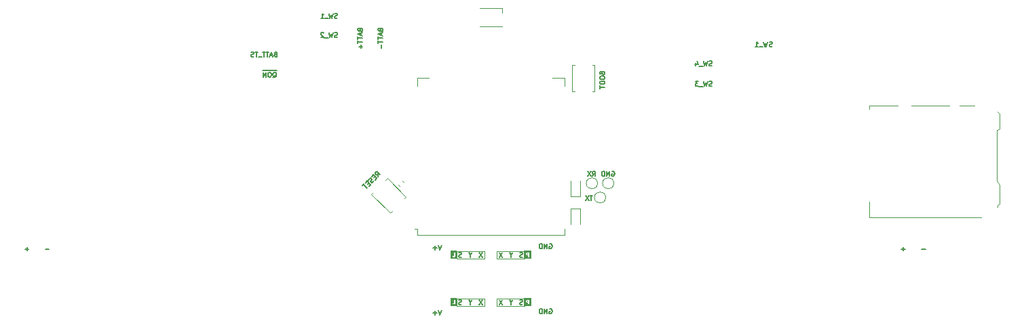
<source format=gbr>
%TF.GenerationSoftware,KiCad,Pcbnew,(7.0.0)*%
%TF.CreationDate,2023-10-05T11:29:09+03:00*%
%TF.ProjectId,Controller,436f6e74-726f-46c6-9c65-722e6b696361,1.0*%
%TF.SameCoordinates,Original*%
%TF.FileFunction,Legend,Bot*%
%TF.FilePolarity,Positive*%
%FSLAX46Y46*%
G04 Gerber Fmt 4.6, Leading zero omitted, Abs format (unit mm)*
G04 Created by KiCad (PCBNEW (7.0.0)) date 2023-10-05 11:29:09*
%MOMM*%
%LPD*%
G01*
G04 APERTURE LIST*
%ADD10C,0.100000*%
%ADD11C,0.150000*%
%ADD12C,0.120000*%
G04 APERTURE END LIST*
D10*
X137236200Y-104343200D02*
X140665200Y-104343200D01*
X142240000Y-104343200D02*
X145669000Y-104343200D01*
X137236200Y-109347000D02*
X137236200Y-110261400D01*
X142240000Y-103428800D02*
X142240000Y-104343200D01*
X145669000Y-109347000D02*
X142240000Y-109347000D01*
X140665200Y-110261400D02*
X140665200Y-109347000D01*
X142240000Y-110261400D02*
X145669000Y-110261400D01*
X145669000Y-110261400D02*
X145669000Y-109347000D01*
X137236200Y-103428800D02*
X137236200Y-104343200D01*
X145669000Y-103428800D02*
X142240000Y-103428800D01*
X140665200Y-103428800D02*
X137236200Y-103428800D01*
X140665200Y-109347000D02*
X137236200Y-109347000D01*
X137236200Y-110261400D02*
X140665200Y-110261400D01*
X145669000Y-104343200D02*
X145669000Y-103428800D01*
X142240000Y-109347000D02*
X142240000Y-110261400D01*
X140665200Y-104343200D02*
X140665200Y-103428800D01*
D11*
X138934857Y-103901514D02*
X138934857Y-104187228D01*
X139134857Y-103587228D02*
X138934857Y-103901514D01*
X138934857Y-103901514D02*
X138734857Y-103587228D01*
D10*
G36*
X137235935Y-110318914D02*
G01*
X136471562Y-110318914D01*
X136471562Y-110035719D01*
X136707276Y-110035719D01*
X136707340Y-110041919D01*
X136707565Y-110048304D01*
X136708006Y-110054664D01*
X136708302Y-110057554D01*
X136709215Y-110063736D01*
X136710531Y-110069504D01*
X136711379Y-110072209D01*
X136713849Y-110077527D01*
X136716508Y-110080708D01*
X136721943Y-110083080D01*
X136723689Y-110083200D01*
X136968127Y-110083200D01*
X136974612Y-110082705D01*
X136980584Y-110081221D01*
X136986043Y-110078748D01*
X136990988Y-110075286D01*
X136995028Y-110070624D01*
X136997913Y-110064698D01*
X136999491Y-110058476D01*
X137000140Y-110052373D01*
X137000221Y-110049054D01*
X137000221Y-109565893D01*
X136998611Y-109560018D01*
X136997583Y-109558566D01*
X136992786Y-109554868D01*
X136988644Y-109553144D01*
X136982941Y-109551622D01*
X136977021Y-109550561D01*
X136972084Y-109549920D01*
X136965743Y-109549282D01*
X136959426Y-109548891D01*
X136953372Y-109548683D01*
X136946827Y-109548602D01*
X136945852Y-109548601D01*
X136939080Y-109548664D01*
X136932869Y-109548853D01*
X136926458Y-109549224D01*
X136920121Y-109549839D01*
X136919474Y-109549920D01*
X136913464Y-109550738D01*
X136907309Y-109551947D01*
X136903061Y-109553144D01*
X136897514Y-109555581D01*
X136894268Y-109558419D01*
X136891658Y-109563750D01*
X136891484Y-109565747D01*
X136891484Y-109989410D01*
X136723689Y-109989410D01*
X136717904Y-109990841D01*
X136716508Y-109991755D01*
X136712762Y-109996434D01*
X136711379Y-109999522D01*
X136709681Y-110005378D01*
X136708647Y-110011176D01*
X136708302Y-110013883D01*
X136707761Y-110019794D01*
X136707445Y-110025823D01*
X136707301Y-110031747D01*
X136707276Y-110035719D01*
X136471562Y-110035719D01*
X136471562Y-109312887D01*
X137235935Y-109312887D01*
X137235935Y-110318914D01*
G37*
D11*
X83804142Y-103145857D02*
X83347000Y-103145857D01*
X83575571Y-103374428D02*
X83575571Y-102917285D01*
X135324857Y-102647428D02*
X135124857Y-103247428D01*
X135124857Y-103247428D02*
X134924857Y-102647428D01*
X134724856Y-103018857D02*
X134267714Y-103018857D01*
X134496285Y-103247428D02*
X134496285Y-102790285D01*
X114265142Y-81714571D02*
X114322285Y-81686000D01*
X114322285Y-81686000D02*
X114379428Y-81628857D01*
X114379428Y-81628857D02*
X114465142Y-81543142D01*
X114465142Y-81543142D02*
X114522285Y-81514571D01*
X114522285Y-81514571D02*
X114579428Y-81514571D01*
X114550857Y-81657428D02*
X114608000Y-81628857D01*
X114608000Y-81628857D02*
X114665142Y-81571714D01*
X114665142Y-81571714D02*
X114693714Y-81457428D01*
X114693714Y-81457428D02*
X114693714Y-81257428D01*
X114693714Y-81257428D02*
X114665142Y-81143142D01*
X114665142Y-81143142D02*
X114608000Y-81086000D01*
X114608000Y-81086000D02*
X114550857Y-81057428D01*
X114550857Y-81057428D02*
X114436571Y-81057428D01*
X114436571Y-81057428D02*
X114379428Y-81086000D01*
X114379428Y-81086000D02*
X114322285Y-81143142D01*
X114322285Y-81143142D02*
X114293714Y-81257428D01*
X114293714Y-81257428D02*
X114293714Y-81457428D01*
X114293714Y-81457428D02*
X114322285Y-81571714D01*
X114322285Y-81571714D02*
X114379428Y-81628857D01*
X114379428Y-81628857D02*
X114436571Y-81657428D01*
X114436571Y-81657428D02*
X114550857Y-81657428D01*
X113922286Y-81057428D02*
X113808000Y-81057428D01*
X113808000Y-81057428D02*
X113750857Y-81086000D01*
X113750857Y-81086000D02*
X113693714Y-81143142D01*
X113693714Y-81143142D02*
X113665143Y-81257428D01*
X113665143Y-81257428D02*
X113665143Y-81457428D01*
X113665143Y-81457428D02*
X113693714Y-81571714D01*
X113693714Y-81571714D02*
X113750857Y-81628857D01*
X113750857Y-81628857D02*
X113808000Y-81657428D01*
X113808000Y-81657428D02*
X113922286Y-81657428D01*
X113922286Y-81657428D02*
X113979429Y-81628857D01*
X113979429Y-81628857D02*
X114036571Y-81571714D01*
X114036571Y-81571714D02*
X114065143Y-81457428D01*
X114065143Y-81457428D02*
X114065143Y-81257428D01*
X114065143Y-81257428D02*
X114036571Y-81143142D01*
X114036571Y-81143142D02*
X113979429Y-81086000D01*
X113979429Y-81086000D02*
X113922286Y-81057428D01*
X113408000Y-81657428D02*
X113408000Y-81057428D01*
X113408000Y-81057428D02*
X113065143Y-81657428D01*
X113065143Y-81657428D02*
X113065143Y-81057428D01*
X114748000Y-80846000D02*
X112982287Y-80846000D01*
X155358742Y-81165657D02*
X155387314Y-81251371D01*
X155387314Y-81251371D02*
X155415885Y-81279942D01*
X155415885Y-81279942D02*
X155473028Y-81308514D01*
X155473028Y-81308514D02*
X155558742Y-81308514D01*
X155558742Y-81308514D02*
X155615885Y-81279942D01*
X155615885Y-81279942D02*
X155644457Y-81251371D01*
X155644457Y-81251371D02*
X155673028Y-81194228D01*
X155673028Y-81194228D02*
X155673028Y-80965657D01*
X155673028Y-80965657D02*
X155073028Y-80965657D01*
X155073028Y-80965657D02*
X155073028Y-81165657D01*
X155073028Y-81165657D02*
X155101600Y-81222800D01*
X155101600Y-81222800D02*
X155130171Y-81251371D01*
X155130171Y-81251371D02*
X155187314Y-81279942D01*
X155187314Y-81279942D02*
X155244457Y-81279942D01*
X155244457Y-81279942D02*
X155301600Y-81251371D01*
X155301600Y-81251371D02*
X155330171Y-81222800D01*
X155330171Y-81222800D02*
X155358742Y-81165657D01*
X155358742Y-81165657D02*
X155358742Y-80965657D01*
X155073028Y-81679942D02*
X155073028Y-81794228D01*
X155073028Y-81794228D02*
X155101600Y-81851371D01*
X155101600Y-81851371D02*
X155158742Y-81908514D01*
X155158742Y-81908514D02*
X155273028Y-81937085D01*
X155273028Y-81937085D02*
X155473028Y-81937085D01*
X155473028Y-81937085D02*
X155587314Y-81908514D01*
X155587314Y-81908514D02*
X155644457Y-81851371D01*
X155644457Y-81851371D02*
X155673028Y-81794228D01*
X155673028Y-81794228D02*
X155673028Y-81679942D01*
X155673028Y-81679942D02*
X155644457Y-81622800D01*
X155644457Y-81622800D02*
X155587314Y-81565657D01*
X155587314Y-81565657D02*
X155473028Y-81537085D01*
X155473028Y-81537085D02*
X155273028Y-81537085D01*
X155273028Y-81537085D02*
X155158742Y-81565657D01*
X155158742Y-81565657D02*
X155101600Y-81622800D01*
X155101600Y-81622800D02*
X155073028Y-81679942D01*
X155073028Y-82308513D02*
X155073028Y-82422799D01*
X155073028Y-82422799D02*
X155101600Y-82479942D01*
X155101600Y-82479942D02*
X155158742Y-82537085D01*
X155158742Y-82537085D02*
X155273028Y-82565656D01*
X155273028Y-82565656D02*
X155473028Y-82565656D01*
X155473028Y-82565656D02*
X155587314Y-82537085D01*
X155587314Y-82537085D02*
X155644457Y-82479942D01*
X155644457Y-82479942D02*
X155673028Y-82422799D01*
X155673028Y-82422799D02*
X155673028Y-82308513D01*
X155673028Y-82308513D02*
X155644457Y-82251371D01*
X155644457Y-82251371D02*
X155587314Y-82194228D01*
X155587314Y-82194228D02*
X155473028Y-82165656D01*
X155473028Y-82165656D02*
X155273028Y-82165656D01*
X155273028Y-82165656D02*
X155158742Y-82194228D01*
X155158742Y-82194228D02*
X155101600Y-82251371D01*
X155101600Y-82251371D02*
X155073028Y-82308513D01*
X155073028Y-82737084D02*
X155073028Y-83079942D01*
X155673028Y-82908513D02*
X155073028Y-82908513D01*
D10*
G36*
X146137524Y-109783074D02*
G01*
X146082276Y-109783074D01*
X146075225Y-109782942D01*
X146068454Y-109782544D01*
X146061962Y-109781882D01*
X146055749Y-109780956D01*
X146049815Y-109779764D01*
X146043062Y-109777985D01*
X146041976Y-109777652D01*
X146035647Y-109775409D01*
X146029741Y-109772857D01*
X146024258Y-109769996D01*
X146019197Y-109766826D01*
X146013827Y-109762736D01*
X146013106Y-109762118D01*
X146008322Y-109757512D01*
X146004098Y-109752541D01*
X146000436Y-109747205D01*
X145997334Y-109741505D01*
X145995814Y-109738084D01*
X145993530Y-109731839D01*
X145991807Y-109725286D01*
X145990776Y-109719423D01*
X145990158Y-109713333D01*
X145989952Y-109707017D01*
X145990140Y-109700589D01*
X145990703Y-109694423D01*
X145991642Y-109688518D01*
X145993343Y-109681503D01*
X145995632Y-109674896D01*
X145998507Y-109668697D01*
X146001969Y-109662906D01*
X146006054Y-109657535D01*
X146010890Y-109652685D01*
X146016478Y-109648358D01*
X146021489Y-109645273D01*
X146026981Y-109642522D01*
X146032954Y-109640105D01*
X146039408Y-109638022D01*
X146041096Y-109637554D01*
X146047016Y-109636247D01*
X146052877Y-109635240D01*
X146059197Y-109634404D01*
X146059854Y-109634330D01*
X146066415Y-109633692D01*
X146072384Y-109633341D01*
X146079110Y-109633115D01*
X146085478Y-109633023D01*
X146088870Y-109633011D01*
X146137524Y-109633011D01*
X146137524Y-109783074D01*
G37*
G36*
X146481535Y-110318914D02*
G01*
X145614433Y-110318914D01*
X145614433Y-110066933D01*
X145850147Y-110066933D01*
X145851137Y-110072923D01*
X145851906Y-110074553D01*
X145856570Y-110078312D01*
X145859673Y-110079536D01*
X145865641Y-110081009D01*
X145871549Y-110081879D01*
X145877845Y-110082467D01*
X145884329Y-110082787D01*
X145890905Y-110082993D01*
X145897211Y-110083113D01*
X145904135Y-110083182D01*
X145910378Y-110083200D01*
X145916615Y-110083174D01*
X145923267Y-110083079D01*
X145929245Y-110082913D01*
X145935254Y-110082639D01*
X145937928Y-110082467D01*
X145943925Y-110081788D01*
X145950025Y-110080634D01*
X145954195Y-110079389D01*
X145959586Y-110076723D01*
X145962695Y-110073821D01*
X145965586Y-110068636D01*
X145966798Y-110065467D01*
X146014572Y-109948964D01*
X146017267Y-109942892D01*
X146019947Y-109937042D01*
X146022613Y-109931415D01*
X146025265Y-109926009D01*
X146028428Y-109919814D01*
X146031571Y-109913939D01*
X146034715Y-109908349D01*
X146037994Y-109903120D01*
X146041406Y-109898251D01*
X146045557Y-109893027D01*
X146049889Y-109888294D01*
X146054460Y-109884044D01*
X146059326Y-109880271D01*
X146064486Y-109876976D01*
X146069941Y-109874157D01*
X146073190Y-109872760D01*
X146079157Y-109870704D01*
X146085516Y-109869153D01*
X146092268Y-109868108D01*
X146098368Y-109867613D01*
X146103672Y-109867484D01*
X146137524Y-109867484D01*
X146137524Y-110066200D01*
X146139090Y-110071861D01*
X146140308Y-110073527D01*
X146144979Y-110077100D01*
X146149101Y-110078803D01*
X146155272Y-110080358D01*
X146161222Y-110081422D01*
X146165514Y-110082027D01*
X146171748Y-110082594D01*
X146178068Y-110082942D01*
X146184198Y-110083126D01*
X146190890Y-110083198D01*
X146191892Y-110083200D01*
X146198507Y-110083143D01*
X146204631Y-110082975D01*
X146211028Y-110082645D01*
X146217459Y-110082099D01*
X146218124Y-110082027D01*
X146224212Y-110081131D01*
X146230422Y-110079867D01*
X146234683Y-110078657D01*
X146240189Y-110076146D01*
X146243330Y-110073381D01*
X146245665Y-110067913D01*
X146245821Y-110065907D01*
X146245821Y-109582746D01*
X146245496Y-109576292D01*
X146244297Y-109569674D01*
X146242214Y-109564038D01*
X146238752Y-109558799D01*
X146236588Y-109556661D01*
X146231643Y-109553135D01*
X146226184Y-109550616D01*
X146220212Y-109549105D01*
X146213727Y-109548601D01*
X146075681Y-109548601D01*
X146069273Y-109548622D01*
X146063236Y-109548687D01*
X146056484Y-109548821D01*
X146050267Y-109549016D01*
X146043691Y-109549323D01*
X146041096Y-109549480D01*
X146034438Y-109549883D01*
X146028091Y-109550359D01*
X146022055Y-109550909D01*
X146016330Y-109551532D01*
X146010343Y-109552443D01*
X146004472Y-109553472D01*
X145998717Y-109554620D01*
X145991224Y-109556335D01*
X145983936Y-109558261D01*
X145976855Y-109560397D01*
X145969980Y-109562744D01*
X145963311Y-109565302D01*
X145958445Y-109567359D01*
X145952120Y-109570253D01*
X145946043Y-109573367D01*
X145940214Y-109576701D01*
X145934631Y-109580255D01*
X145929296Y-109584028D01*
X145924208Y-109588022D01*
X145919367Y-109592235D01*
X145914774Y-109596668D01*
X145910403Y-109601279D01*
X145906302Y-109606102D01*
X145902471Y-109611135D01*
X145898911Y-109616378D01*
X145895620Y-109621832D01*
X145892600Y-109627497D01*
X145889850Y-109633373D01*
X145887370Y-109639459D01*
X145885138Y-109645763D01*
X145883203Y-109652291D01*
X145881565Y-109659044D01*
X145880226Y-109666021D01*
X145879184Y-109673222D01*
X145878440Y-109680648D01*
X145877993Y-109688298D01*
X145877854Y-109694183D01*
X145877845Y-109696172D01*
X145877952Y-109702840D01*
X145878159Y-109707017D01*
X145878275Y-109709361D01*
X145878813Y-109715736D01*
X145879566Y-109721964D01*
X145880535Y-109728046D01*
X145881719Y-109733981D01*
X145883118Y-109739770D01*
X145884732Y-109745412D01*
X145886996Y-109752254D01*
X145889575Y-109758861D01*
X145892469Y-109765232D01*
X145895677Y-109771366D01*
X145899201Y-109777265D01*
X145903039Y-109782927D01*
X145904662Y-109785126D01*
X145908934Y-109790464D01*
X145913507Y-109795581D01*
X145918380Y-109800476D01*
X145923553Y-109805150D01*
X145929027Y-109809601D01*
X145934802Y-109813831D01*
X145937196Y-109815460D01*
X145943373Y-109819369D01*
X145948506Y-109822320D01*
X145953807Y-109825116D01*
X145959279Y-109827756D01*
X145964920Y-109830241D01*
X145970730Y-109832569D01*
X145976710Y-109834742D01*
X145981306Y-109836270D01*
X145975398Y-109839283D01*
X145969692Y-109842608D01*
X145964187Y-109846244D01*
X145958884Y-109850192D01*
X145954331Y-109853886D01*
X145949904Y-109857918D01*
X145945604Y-109862285D01*
X145941429Y-109866990D01*
X145939101Y-109869829D01*
X145935054Y-109875048D01*
X145931119Y-109880576D01*
X145927835Y-109885560D01*
X145924634Y-109890770D01*
X145921515Y-109896207D01*
X145918448Y-109901892D01*
X145915401Y-109907844D01*
X145912376Y-109914064D01*
X145909870Y-109919452D01*
X145907378Y-109925026D01*
X145905395Y-109929620D01*
X145860406Y-110033227D01*
X145858242Y-110038709D01*
X145856082Y-110044375D01*
X145853882Y-110050506D01*
X145852199Y-110055795D01*
X145850726Y-110061746D01*
X145850147Y-110066933D01*
X145614433Y-110066933D01*
X145614433Y-109312887D01*
X146481535Y-109312887D01*
X146481535Y-110318914D01*
G37*
D11*
X145427714Y-104158657D02*
X145342000Y-104187228D01*
X145342000Y-104187228D02*
X145199142Y-104187228D01*
X145199142Y-104187228D02*
X145142000Y-104158657D01*
X145142000Y-104158657D02*
X145113428Y-104130085D01*
X145113428Y-104130085D02*
X145084857Y-104072942D01*
X145084857Y-104072942D02*
X145084857Y-104015800D01*
X145084857Y-104015800D02*
X145113428Y-103958657D01*
X145113428Y-103958657D02*
X145142000Y-103930085D01*
X145142000Y-103930085D02*
X145199142Y-103901514D01*
X145199142Y-103901514D02*
X145313428Y-103872942D01*
X145313428Y-103872942D02*
X145370571Y-103844371D01*
X145370571Y-103844371D02*
X145399142Y-103815800D01*
X145399142Y-103815800D02*
X145427714Y-103758657D01*
X145427714Y-103758657D02*
X145427714Y-103701514D01*
X145427714Y-103701514D02*
X145399142Y-103644371D01*
X145399142Y-103644371D02*
X145370571Y-103615800D01*
X145370571Y-103615800D02*
X145313428Y-103587228D01*
X145313428Y-103587228D02*
X145170571Y-103587228D01*
X145170571Y-103587228D02*
X145084857Y-103615800D01*
X176542714Y-77818857D02*
X176457000Y-77847428D01*
X176457000Y-77847428D02*
X176314142Y-77847428D01*
X176314142Y-77847428D02*
X176257000Y-77818857D01*
X176257000Y-77818857D02*
X176228428Y-77790285D01*
X176228428Y-77790285D02*
X176199857Y-77733142D01*
X176199857Y-77733142D02*
X176199857Y-77676000D01*
X176199857Y-77676000D02*
X176228428Y-77618857D01*
X176228428Y-77618857D02*
X176257000Y-77590285D01*
X176257000Y-77590285D02*
X176314142Y-77561714D01*
X176314142Y-77561714D02*
X176428428Y-77533142D01*
X176428428Y-77533142D02*
X176485571Y-77504571D01*
X176485571Y-77504571D02*
X176514142Y-77476000D01*
X176514142Y-77476000D02*
X176542714Y-77418857D01*
X176542714Y-77418857D02*
X176542714Y-77361714D01*
X176542714Y-77361714D02*
X176514142Y-77304571D01*
X176514142Y-77304571D02*
X176485571Y-77276000D01*
X176485571Y-77276000D02*
X176428428Y-77247428D01*
X176428428Y-77247428D02*
X176285571Y-77247428D01*
X176285571Y-77247428D02*
X176199857Y-77276000D01*
X175999856Y-77247428D02*
X175856999Y-77847428D01*
X175856999Y-77847428D02*
X175742713Y-77418857D01*
X175742713Y-77418857D02*
X175628428Y-77847428D01*
X175628428Y-77847428D02*
X175485571Y-77247428D01*
X175399857Y-77904571D02*
X174942714Y-77904571D01*
X174485571Y-77847428D02*
X174828428Y-77847428D01*
X174656999Y-77847428D02*
X174656999Y-77247428D01*
X174656999Y-77247428D02*
X174714142Y-77333142D01*
X174714142Y-77333142D02*
X174771285Y-77390285D01*
X174771285Y-77390285D02*
X174828428Y-77418857D01*
X122313714Y-76675857D02*
X122228000Y-76704428D01*
X122228000Y-76704428D02*
X122085142Y-76704428D01*
X122085142Y-76704428D02*
X122028000Y-76675857D01*
X122028000Y-76675857D02*
X121999428Y-76647285D01*
X121999428Y-76647285D02*
X121970857Y-76590142D01*
X121970857Y-76590142D02*
X121970857Y-76533000D01*
X121970857Y-76533000D02*
X121999428Y-76475857D01*
X121999428Y-76475857D02*
X122028000Y-76447285D01*
X122028000Y-76447285D02*
X122085142Y-76418714D01*
X122085142Y-76418714D02*
X122199428Y-76390142D01*
X122199428Y-76390142D02*
X122256571Y-76361571D01*
X122256571Y-76361571D02*
X122285142Y-76333000D01*
X122285142Y-76333000D02*
X122313714Y-76275857D01*
X122313714Y-76275857D02*
X122313714Y-76218714D01*
X122313714Y-76218714D02*
X122285142Y-76161571D01*
X122285142Y-76161571D02*
X122256571Y-76133000D01*
X122256571Y-76133000D02*
X122199428Y-76104428D01*
X122199428Y-76104428D02*
X122056571Y-76104428D01*
X122056571Y-76104428D02*
X121970857Y-76133000D01*
X121770856Y-76104428D02*
X121627999Y-76704428D01*
X121627999Y-76704428D02*
X121513713Y-76275857D01*
X121513713Y-76275857D02*
X121399428Y-76704428D01*
X121399428Y-76704428D02*
X121256571Y-76104428D01*
X121170857Y-76761571D02*
X120713714Y-76761571D01*
X120599428Y-76161571D02*
X120570856Y-76133000D01*
X120570856Y-76133000D02*
X120513714Y-76104428D01*
X120513714Y-76104428D02*
X120370856Y-76104428D01*
X120370856Y-76104428D02*
X120313714Y-76133000D01*
X120313714Y-76133000D02*
X120285142Y-76161571D01*
X120285142Y-76161571D02*
X120256571Y-76218714D01*
X120256571Y-76218714D02*
X120256571Y-76275857D01*
X120256571Y-76275857D02*
X120285142Y-76361571D01*
X120285142Y-76361571D02*
X120627999Y-76704428D01*
X120627999Y-76704428D02*
X120256571Y-76704428D01*
X127698142Y-75780857D02*
X127726714Y-75866571D01*
X127726714Y-75866571D02*
X127755285Y-75895142D01*
X127755285Y-75895142D02*
X127812428Y-75923714D01*
X127812428Y-75923714D02*
X127898142Y-75923714D01*
X127898142Y-75923714D02*
X127955285Y-75895142D01*
X127955285Y-75895142D02*
X127983857Y-75866571D01*
X127983857Y-75866571D02*
X128012428Y-75809428D01*
X128012428Y-75809428D02*
X128012428Y-75580857D01*
X128012428Y-75580857D02*
X127412428Y-75580857D01*
X127412428Y-75580857D02*
X127412428Y-75780857D01*
X127412428Y-75780857D02*
X127441000Y-75838000D01*
X127441000Y-75838000D02*
X127469571Y-75866571D01*
X127469571Y-75866571D02*
X127526714Y-75895142D01*
X127526714Y-75895142D02*
X127583857Y-75895142D01*
X127583857Y-75895142D02*
X127641000Y-75866571D01*
X127641000Y-75866571D02*
X127669571Y-75838000D01*
X127669571Y-75838000D02*
X127698142Y-75780857D01*
X127698142Y-75780857D02*
X127698142Y-75580857D01*
X127841000Y-76152285D02*
X127841000Y-76438000D01*
X128012428Y-76095142D02*
X127412428Y-76295142D01*
X127412428Y-76295142D02*
X128012428Y-76495142D01*
X127412428Y-76609428D02*
X127412428Y-76952286D01*
X128012428Y-76780857D02*
X127412428Y-76780857D01*
X127412428Y-77066571D02*
X127412428Y-77409429D01*
X128012428Y-77238000D02*
X127412428Y-77238000D01*
X127783857Y-77609429D02*
X127783857Y-78066572D01*
D10*
G36*
X146137524Y-103864874D02*
G01*
X146082276Y-103864874D01*
X146075225Y-103864742D01*
X146068454Y-103864344D01*
X146061962Y-103863682D01*
X146055749Y-103862756D01*
X146049815Y-103861564D01*
X146043062Y-103859785D01*
X146041976Y-103859452D01*
X146035647Y-103857209D01*
X146029741Y-103854657D01*
X146024258Y-103851796D01*
X146019197Y-103848626D01*
X146013827Y-103844536D01*
X146013106Y-103843918D01*
X146008322Y-103839312D01*
X146004098Y-103834341D01*
X146000436Y-103829005D01*
X145997334Y-103823305D01*
X145995814Y-103819884D01*
X145993530Y-103813639D01*
X145991807Y-103807086D01*
X145990776Y-103801223D01*
X145990158Y-103795133D01*
X145989952Y-103788817D01*
X145990140Y-103782389D01*
X145990703Y-103776223D01*
X145991642Y-103770318D01*
X145993343Y-103763303D01*
X145995632Y-103756696D01*
X145998507Y-103750497D01*
X146001969Y-103744706D01*
X146006054Y-103739335D01*
X146010890Y-103734485D01*
X146016478Y-103730158D01*
X146021489Y-103727073D01*
X146026981Y-103724322D01*
X146032954Y-103721905D01*
X146039408Y-103719822D01*
X146041096Y-103719354D01*
X146047016Y-103718047D01*
X146052877Y-103717040D01*
X146059197Y-103716204D01*
X146059854Y-103716130D01*
X146066415Y-103715492D01*
X146072384Y-103715141D01*
X146079110Y-103714915D01*
X146085478Y-103714823D01*
X146088870Y-103714811D01*
X146137524Y-103714811D01*
X146137524Y-103864874D01*
G37*
G36*
X146481535Y-104400714D02*
G01*
X145614433Y-104400714D01*
X145614433Y-104148733D01*
X145850147Y-104148733D01*
X145851137Y-104154723D01*
X145851906Y-104156353D01*
X145856570Y-104160112D01*
X145859673Y-104161336D01*
X145865641Y-104162809D01*
X145871549Y-104163679D01*
X145877845Y-104164267D01*
X145884329Y-104164587D01*
X145890905Y-104164793D01*
X145897211Y-104164913D01*
X145904135Y-104164982D01*
X145910378Y-104165000D01*
X145916615Y-104164974D01*
X145923267Y-104164879D01*
X145929245Y-104164713D01*
X145935254Y-104164439D01*
X145937928Y-104164267D01*
X145943925Y-104163588D01*
X145950025Y-104162434D01*
X145954195Y-104161189D01*
X145959586Y-104158523D01*
X145962695Y-104155621D01*
X145965586Y-104150436D01*
X145966798Y-104147267D01*
X146014572Y-104030764D01*
X146017267Y-104024692D01*
X146019947Y-104018842D01*
X146022613Y-104013215D01*
X146025265Y-104007809D01*
X146028428Y-104001614D01*
X146031571Y-103995739D01*
X146034715Y-103990149D01*
X146037994Y-103984920D01*
X146041406Y-103980051D01*
X146045557Y-103974827D01*
X146049889Y-103970094D01*
X146054460Y-103965844D01*
X146059326Y-103962071D01*
X146064486Y-103958776D01*
X146069941Y-103955957D01*
X146073190Y-103954560D01*
X146079157Y-103952504D01*
X146085516Y-103950953D01*
X146092268Y-103949908D01*
X146098368Y-103949413D01*
X146103672Y-103949284D01*
X146137524Y-103949284D01*
X146137524Y-104148000D01*
X146139090Y-104153661D01*
X146140308Y-104155327D01*
X146144979Y-104158900D01*
X146149101Y-104160603D01*
X146155272Y-104162158D01*
X146161222Y-104163222D01*
X146165514Y-104163827D01*
X146171748Y-104164394D01*
X146178068Y-104164742D01*
X146184198Y-104164926D01*
X146190890Y-104164998D01*
X146191892Y-104165000D01*
X146198507Y-104164943D01*
X146204631Y-104164775D01*
X146211028Y-104164445D01*
X146217459Y-104163899D01*
X146218124Y-104163827D01*
X146224212Y-104162931D01*
X146230422Y-104161667D01*
X146234683Y-104160457D01*
X146240189Y-104157946D01*
X146243330Y-104155181D01*
X146245665Y-104149713D01*
X146245821Y-104147707D01*
X146245821Y-103664546D01*
X146245496Y-103658092D01*
X146244297Y-103651474D01*
X146242214Y-103645838D01*
X146238752Y-103640599D01*
X146236588Y-103638461D01*
X146231643Y-103634935D01*
X146226184Y-103632416D01*
X146220212Y-103630905D01*
X146213727Y-103630401D01*
X146075681Y-103630401D01*
X146069273Y-103630422D01*
X146063236Y-103630487D01*
X146056484Y-103630621D01*
X146050267Y-103630816D01*
X146043691Y-103631123D01*
X146041096Y-103631280D01*
X146034438Y-103631683D01*
X146028091Y-103632159D01*
X146022055Y-103632709D01*
X146016330Y-103633332D01*
X146010343Y-103634243D01*
X146004472Y-103635272D01*
X145998717Y-103636420D01*
X145991224Y-103638135D01*
X145983936Y-103640061D01*
X145976855Y-103642197D01*
X145969980Y-103644544D01*
X145963311Y-103647102D01*
X145958445Y-103649159D01*
X145952120Y-103652053D01*
X145946043Y-103655167D01*
X145940214Y-103658501D01*
X145934631Y-103662055D01*
X145929296Y-103665828D01*
X145924208Y-103669822D01*
X145919367Y-103674035D01*
X145914774Y-103678468D01*
X145910403Y-103683079D01*
X145906302Y-103687902D01*
X145902471Y-103692935D01*
X145898911Y-103698178D01*
X145895620Y-103703632D01*
X145892600Y-103709297D01*
X145889850Y-103715173D01*
X145887370Y-103721259D01*
X145885138Y-103727563D01*
X145883203Y-103734091D01*
X145881565Y-103740844D01*
X145880226Y-103747821D01*
X145879184Y-103755022D01*
X145878440Y-103762448D01*
X145877993Y-103770098D01*
X145877854Y-103775983D01*
X145877845Y-103777972D01*
X145877952Y-103784640D01*
X145878159Y-103788817D01*
X145878275Y-103791161D01*
X145878813Y-103797536D01*
X145879566Y-103803764D01*
X145880535Y-103809846D01*
X145881719Y-103815781D01*
X145883118Y-103821570D01*
X145884732Y-103827212D01*
X145886996Y-103834054D01*
X145889575Y-103840661D01*
X145892469Y-103847032D01*
X145895677Y-103853166D01*
X145899201Y-103859065D01*
X145903039Y-103864727D01*
X145904662Y-103866926D01*
X145908934Y-103872264D01*
X145913507Y-103877381D01*
X145918380Y-103882276D01*
X145923553Y-103886950D01*
X145929027Y-103891401D01*
X145934802Y-103895631D01*
X145937196Y-103897260D01*
X145943373Y-103901169D01*
X145948506Y-103904120D01*
X145953807Y-103906916D01*
X145959279Y-103909556D01*
X145964920Y-103912041D01*
X145970730Y-103914369D01*
X145976710Y-103916542D01*
X145981306Y-103918070D01*
X145975398Y-103921083D01*
X145969692Y-103924408D01*
X145964187Y-103928044D01*
X145958884Y-103931992D01*
X145954331Y-103935686D01*
X145949904Y-103939718D01*
X145945604Y-103944085D01*
X145941429Y-103948790D01*
X145939101Y-103951629D01*
X145935054Y-103956848D01*
X145931119Y-103962376D01*
X145927835Y-103967360D01*
X145924634Y-103972570D01*
X145921515Y-103978007D01*
X145918448Y-103983692D01*
X145915401Y-103989644D01*
X145912376Y-103995864D01*
X145909870Y-104001252D01*
X145907378Y-104006826D01*
X145905395Y-104011420D01*
X145860406Y-104115027D01*
X145858242Y-104120509D01*
X145856082Y-104126175D01*
X145853882Y-104132306D01*
X145852199Y-104137595D01*
X145850726Y-104143546D01*
X145850147Y-104148733D01*
X145614433Y-104148733D01*
X145614433Y-103394687D01*
X146481535Y-103394687D01*
X146481535Y-104400714D01*
G37*
D11*
X138934857Y-109819714D02*
X138934857Y-110105428D01*
X139134857Y-109505428D02*
X138934857Y-109819714D01*
X138934857Y-109819714D02*
X138734857Y-109505428D01*
X148767857Y-102549000D02*
X148825000Y-102520428D01*
X148825000Y-102520428D02*
X148910714Y-102520428D01*
X148910714Y-102520428D02*
X148996428Y-102549000D01*
X148996428Y-102549000D02*
X149053571Y-102606142D01*
X149053571Y-102606142D02*
X149082142Y-102663285D01*
X149082142Y-102663285D02*
X149110714Y-102777571D01*
X149110714Y-102777571D02*
X149110714Y-102863285D01*
X149110714Y-102863285D02*
X149082142Y-102977571D01*
X149082142Y-102977571D02*
X149053571Y-103034714D01*
X149053571Y-103034714D02*
X148996428Y-103091857D01*
X148996428Y-103091857D02*
X148910714Y-103120428D01*
X148910714Y-103120428D02*
X148853571Y-103120428D01*
X148853571Y-103120428D02*
X148767857Y-103091857D01*
X148767857Y-103091857D02*
X148739285Y-103063285D01*
X148739285Y-103063285D02*
X148739285Y-102863285D01*
X148739285Y-102863285D02*
X148853571Y-102863285D01*
X148482142Y-103120428D02*
X148482142Y-102520428D01*
X148482142Y-102520428D02*
X148139285Y-103120428D01*
X148139285Y-103120428D02*
X148139285Y-102520428D01*
X147853571Y-103120428D02*
X147853571Y-102520428D01*
X147853571Y-102520428D02*
X147710714Y-102520428D01*
X147710714Y-102520428D02*
X147625000Y-102549000D01*
X147625000Y-102549000D02*
X147567857Y-102606142D01*
X147567857Y-102606142D02*
X147539286Y-102663285D01*
X147539286Y-102663285D02*
X147510714Y-102777571D01*
X147510714Y-102777571D02*
X147510714Y-102863285D01*
X147510714Y-102863285D02*
X147539286Y-102977571D01*
X147539286Y-102977571D02*
X147567857Y-103034714D01*
X147567857Y-103034714D02*
X147625000Y-103091857D01*
X147625000Y-103091857D02*
X147710714Y-103120428D01*
X147710714Y-103120428D02*
X147853571Y-103120428D01*
X169049714Y-80231857D02*
X168964000Y-80260428D01*
X168964000Y-80260428D02*
X168821142Y-80260428D01*
X168821142Y-80260428D02*
X168764000Y-80231857D01*
X168764000Y-80231857D02*
X168735428Y-80203285D01*
X168735428Y-80203285D02*
X168706857Y-80146142D01*
X168706857Y-80146142D02*
X168706857Y-80089000D01*
X168706857Y-80089000D02*
X168735428Y-80031857D01*
X168735428Y-80031857D02*
X168764000Y-80003285D01*
X168764000Y-80003285D02*
X168821142Y-79974714D01*
X168821142Y-79974714D02*
X168935428Y-79946142D01*
X168935428Y-79946142D02*
X168992571Y-79917571D01*
X168992571Y-79917571D02*
X169021142Y-79889000D01*
X169021142Y-79889000D02*
X169049714Y-79831857D01*
X169049714Y-79831857D02*
X169049714Y-79774714D01*
X169049714Y-79774714D02*
X169021142Y-79717571D01*
X169021142Y-79717571D02*
X168992571Y-79689000D01*
X168992571Y-79689000D02*
X168935428Y-79660428D01*
X168935428Y-79660428D02*
X168792571Y-79660428D01*
X168792571Y-79660428D02*
X168706857Y-79689000D01*
X168506856Y-79660428D02*
X168363999Y-80260428D01*
X168363999Y-80260428D02*
X168249713Y-79831857D01*
X168249713Y-79831857D02*
X168135428Y-80260428D01*
X168135428Y-80260428D02*
X167992571Y-79660428D01*
X167906857Y-80317571D02*
X167449714Y-80317571D01*
X167049714Y-79860428D02*
X167049714Y-80260428D01*
X167192571Y-79631857D02*
X167335428Y-80060428D01*
X167335428Y-80060428D02*
X166963999Y-80060428D01*
X142916285Y-103587228D02*
X142516285Y-104187228D01*
X142516285Y-103587228D02*
X142916285Y-104187228D01*
X154171657Y-96500628D02*
X153828800Y-96500628D01*
X154000228Y-97100628D02*
X154000228Y-96500628D01*
X153685942Y-96500628D02*
X153285942Y-97100628D01*
X153285942Y-96500628D02*
X153685942Y-97100628D01*
X148767857Y-110677000D02*
X148825000Y-110648428D01*
X148825000Y-110648428D02*
X148910714Y-110648428D01*
X148910714Y-110648428D02*
X148996428Y-110677000D01*
X148996428Y-110677000D02*
X149053571Y-110734142D01*
X149053571Y-110734142D02*
X149082142Y-110791285D01*
X149082142Y-110791285D02*
X149110714Y-110905571D01*
X149110714Y-110905571D02*
X149110714Y-110991285D01*
X149110714Y-110991285D02*
X149082142Y-111105571D01*
X149082142Y-111105571D02*
X149053571Y-111162714D01*
X149053571Y-111162714D02*
X148996428Y-111219857D01*
X148996428Y-111219857D02*
X148910714Y-111248428D01*
X148910714Y-111248428D02*
X148853571Y-111248428D01*
X148853571Y-111248428D02*
X148767857Y-111219857D01*
X148767857Y-111219857D02*
X148739285Y-111191285D01*
X148739285Y-111191285D02*
X148739285Y-110991285D01*
X148739285Y-110991285D02*
X148853571Y-110991285D01*
X148482142Y-111248428D02*
X148482142Y-110648428D01*
X148482142Y-110648428D02*
X148139285Y-111248428D01*
X148139285Y-111248428D02*
X148139285Y-110648428D01*
X147853571Y-111248428D02*
X147853571Y-110648428D01*
X147853571Y-110648428D02*
X147710714Y-110648428D01*
X147710714Y-110648428D02*
X147625000Y-110677000D01*
X147625000Y-110677000D02*
X147567857Y-110734142D01*
X147567857Y-110734142D02*
X147539286Y-110791285D01*
X147539286Y-110791285D02*
X147510714Y-110905571D01*
X147510714Y-110905571D02*
X147510714Y-110991285D01*
X147510714Y-110991285D02*
X147539286Y-111105571D01*
X147539286Y-111105571D02*
X147567857Y-111162714D01*
X147567857Y-111162714D02*
X147625000Y-111219857D01*
X147625000Y-111219857D02*
X147710714Y-111248428D01*
X147710714Y-111248428D02*
X147853571Y-111248428D01*
X195691142Y-103145857D02*
X195234000Y-103145857D01*
X137807714Y-110076857D02*
X137722000Y-110105428D01*
X137722000Y-110105428D02*
X137579142Y-110105428D01*
X137579142Y-110105428D02*
X137522000Y-110076857D01*
X137522000Y-110076857D02*
X137493428Y-110048285D01*
X137493428Y-110048285D02*
X137464857Y-109991142D01*
X137464857Y-109991142D02*
X137464857Y-109934000D01*
X137464857Y-109934000D02*
X137493428Y-109876857D01*
X137493428Y-109876857D02*
X137522000Y-109848285D01*
X137522000Y-109848285D02*
X137579142Y-109819714D01*
X137579142Y-109819714D02*
X137693428Y-109791142D01*
X137693428Y-109791142D02*
X137750571Y-109762571D01*
X137750571Y-109762571D02*
X137779142Y-109734000D01*
X137779142Y-109734000D02*
X137807714Y-109676857D01*
X137807714Y-109676857D02*
X137807714Y-109619714D01*
X137807714Y-109619714D02*
X137779142Y-109562571D01*
X137779142Y-109562571D02*
X137750571Y-109534000D01*
X137750571Y-109534000D02*
X137693428Y-109505428D01*
X137693428Y-109505428D02*
X137550571Y-109505428D01*
X137550571Y-109505428D02*
X137464857Y-109534000D01*
X144014857Y-103901514D02*
X144014857Y-104187228D01*
X144214857Y-103587228D02*
X144014857Y-103901514D01*
X144014857Y-103901514D02*
X143814857Y-103587228D01*
D10*
G36*
X137235935Y-104400714D02*
G01*
X136471562Y-104400714D01*
X136471562Y-104117519D01*
X136707276Y-104117519D01*
X136707340Y-104123719D01*
X136707565Y-104130104D01*
X136708006Y-104136464D01*
X136708302Y-104139354D01*
X136709215Y-104145536D01*
X136710531Y-104151304D01*
X136711379Y-104154009D01*
X136713849Y-104159327D01*
X136716508Y-104162508D01*
X136721943Y-104164880D01*
X136723689Y-104165000D01*
X136968127Y-104165000D01*
X136974612Y-104164505D01*
X136980584Y-104163021D01*
X136986043Y-104160548D01*
X136990988Y-104157086D01*
X136995028Y-104152424D01*
X136997913Y-104146498D01*
X136999491Y-104140276D01*
X137000140Y-104134173D01*
X137000221Y-104130854D01*
X137000221Y-103647693D01*
X136998611Y-103641818D01*
X136997583Y-103640366D01*
X136992786Y-103636668D01*
X136988644Y-103634944D01*
X136982941Y-103633422D01*
X136977021Y-103632361D01*
X136972084Y-103631720D01*
X136965743Y-103631082D01*
X136959426Y-103630691D01*
X136953372Y-103630483D01*
X136946827Y-103630402D01*
X136945852Y-103630401D01*
X136939080Y-103630464D01*
X136932869Y-103630653D01*
X136926458Y-103631024D01*
X136920121Y-103631639D01*
X136919474Y-103631720D01*
X136913464Y-103632538D01*
X136907309Y-103633747D01*
X136903061Y-103634944D01*
X136897514Y-103637381D01*
X136894268Y-103640219D01*
X136891658Y-103645550D01*
X136891484Y-103647547D01*
X136891484Y-104071210D01*
X136723689Y-104071210D01*
X136717904Y-104072641D01*
X136716508Y-104073555D01*
X136712762Y-104078234D01*
X136711379Y-104081322D01*
X136709681Y-104087178D01*
X136708647Y-104092976D01*
X136708302Y-104095683D01*
X136707761Y-104101594D01*
X136707445Y-104107623D01*
X136707301Y-104113547D01*
X136707276Y-104117519D01*
X136471562Y-104117519D01*
X136471562Y-103394687D01*
X137235935Y-103394687D01*
X137235935Y-104400714D01*
G37*
D11*
X156565657Y-93481200D02*
X156622800Y-93452628D01*
X156622800Y-93452628D02*
X156708514Y-93452628D01*
X156708514Y-93452628D02*
X156794228Y-93481200D01*
X156794228Y-93481200D02*
X156851371Y-93538342D01*
X156851371Y-93538342D02*
X156879942Y-93595485D01*
X156879942Y-93595485D02*
X156908514Y-93709771D01*
X156908514Y-93709771D02*
X156908514Y-93795485D01*
X156908514Y-93795485D02*
X156879942Y-93909771D01*
X156879942Y-93909771D02*
X156851371Y-93966914D01*
X156851371Y-93966914D02*
X156794228Y-94024057D01*
X156794228Y-94024057D02*
X156708514Y-94052628D01*
X156708514Y-94052628D02*
X156651371Y-94052628D01*
X156651371Y-94052628D02*
X156565657Y-94024057D01*
X156565657Y-94024057D02*
X156537085Y-93995485D01*
X156537085Y-93995485D02*
X156537085Y-93795485D01*
X156537085Y-93795485D02*
X156651371Y-93795485D01*
X156279942Y-94052628D02*
X156279942Y-93452628D01*
X156279942Y-93452628D02*
X155937085Y-94052628D01*
X155937085Y-94052628D02*
X155937085Y-93452628D01*
X155651371Y-94052628D02*
X155651371Y-93452628D01*
X155651371Y-93452628D02*
X155508514Y-93452628D01*
X155508514Y-93452628D02*
X155422800Y-93481200D01*
X155422800Y-93481200D02*
X155365657Y-93538342D01*
X155365657Y-93538342D02*
X155337086Y-93595485D01*
X155337086Y-93595485D02*
X155308514Y-93709771D01*
X155308514Y-93709771D02*
X155308514Y-93795485D01*
X155308514Y-93795485D02*
X155337086Y-93909771D01*
X155337086Y-93909771D02*
X155365657Y-93966914D01*
X155365657Y-93966914D02*
X155422800Y-94024057D01*
X155422800Y-94024057D02*
X155508514Y-94052628D01*
X155508514Y-94052628D02*
X155651371Y-94052628D01*
X140401685Y-103587228D02*
X140001685Y-104187228D01*
X140001685Y-103587228D02*
X140401685Y-104187228D01*
X114592142Y-78803142D02*
X114506428Y-78831714D01*
X114506428Y-78831714D02*
X114477857Y-78860285D01*
X114477857Y-78860285D02*
X114449285Y-78917428D01*
X114449285Y-78917428D02*
X114449285Y-79003142D01*
X114449285Y-79003142D02*
X114477857Y-79060285D01*
X114477857Y-79060285D02*
X114506428Y-79088857D01*
X114506428Y-79088857D02*
X114563571Y-79117428D01*
X114563571Y-79117428D02*
X114792142Y-79117428D01*
X114792142Y-79117428D02*
X114792142Y-78517428D01*
X114792142Y-78517428D02*
X114592142Y-78517428D01*
X114592142Y-78517428D02*
X114535000Y-78546000D01*
X114535000Y-78546000D02*
X114506428Y-78574571D01*
X114506428Y-78574571D02*
X114477857Y-78631714D01*
X114477857Y-78631714D02*
X114477857Y-78688857D01*
X114477857Y-78688857D02*
X114506428Y-78746000D01*
X114506428Y-78746000D02*
X114535000Y-78774571D01*
X114535000Y-78774571D02*
X114592142Y-78803142D01*
X114592142Y-78803142D02*
X114792142Y-78803142D01*
X114220714Y-78946000D02*
X113935000Y-78946000D01*
X114277857Y-79117428D02*
X114077857Y-78517428D01*
X114077857Y-78517428D02*
X113877857Y-79117428D01*
X113763571Y-78517428D02*
X113420714Y-78517428D01*
X113592142Y-79117428D02*
X113592142Y-78517428D01*
X113306428Y-78517428D02*
X112963571Y-78517428D01*
X113134999Y-79117428D02*
X113134999Y-78517428D01*
X112906428Y-79174571D02*
X112449285Y-79174571D01*
X112392142Y-78517428D02*
X112049285Y-78517428D01*
X112220713Y-79117428D02*
X112220713Y-78517428D01*
X111877856Y-79088857D02*
X111792142Y-79117428D01*
X111792142Y-79117428D02*
X111649284Y-79117428D01*
X111649284Y-79117428D02*
X111592142Y-79088857D01*
X111592142Y-79088857D02*
X111563570Y-79060285D01*
X111563570Y-79060285D02*
X111534999Y-79003142D01*
X111534999Y-79003142D02*
X111534999Y-78946000D01*
X111534999Y-78946000D02*
X111563570Y-78888857D01*
X111563570Y-78888857D02*
X111592142Y-78860285D01*
X111592142Y-78860285D02*
X111649284Y-78831714D01*
X111649284Y-78831714D02*
X111763570Y-78803142D01*
X111763570Y-78803142D02*
X111820713Y-78774571D01*
X111820713Y-78774571D02*
X111849284Y-78746000D01*
X111849284Y-78746000D02*
X111877856Y-78688857D01*
X111877856Y-78688857D02*
X111877856Y-78631714D01*
X111877856Y-78631714D02*
X111849284Y-78574571D01*
X111849284Y-78574571D02*
X111820713Y-78546000D01*
X111820713Y-78546000D02*
X111763570Y-78517428D01*
X111763570Y-78517428D02*
X111620713Y-78517428D01*
X111620713Y-78517428D02*
X111534999Y-78546000D01*
X169049714Y-82771857D02*
X168964000Y-82800428D01*
X168964000Y-82800428D02*
X168821142Y-82800428D01*
X168821142Y-82800428D02*
X168764000Y-82771857D01*
X168764000Y-82771857D02*
X168735428Y-82743285D01*
X168735428Y-82743285D02*
X168706857Y-82686142D01*
X168706857Y-82686142D02*
X168706857Y-82629000D01*
X168706857Y-82629000D02*
X168735428Y-82571857D01*
X168735428Y-82571857D02*
X168764000Y-82543285D01*
X168764000Y-82543285D02*
X168821142Y-82514714D01*
X168821142Y-82514714D02*
X168935428Y-82486142D01*
X168935428Y-82486142D02*
X168992571Y-82457571D01*
X168992571Y-82457571D02*
X169021142Y-82429000D01*
X169021142Y-82429000D02*
X169049714Y-82371857D01*
X169049714Y-82371857D02*
X169049714Y-82314714D01*
X169049714Y-82314714D02*
X169021142Y-82257571D01*
X169021142Y-82257571D02*
X168992571Y-82229000D01*
X168992571Y-82229000D02*
X168935428Y-82200428D01*
X168935428Y-82200428D02*
X168792571Y-82200428D01*
X168792571Y-82200428D02*
X168706857Y-82229000D01*
X168506856Y-82200428D02*
X168363999Y-82800428D01*
X168363999Y-82800428D02*
X168249713Y-82371857D01*
X168249713Y-82371857D02*
X168135428Y-82800428D01*
X168135428Y-82800428D02*
X167992571Y-82200428D01*
X167906857Y-82857571D02*
X167449714Y-82857571D01*
X167363999Y-82200428D02*
X166992571Y-82200428D01*
X166992571Y-82200428D02*
X167192571Y-82429000D01*
X167192571Y-82429000D02*
X167106856Y-82429000D01*
X167106856Y-82429000D02*
X167049714Y-82457571D01*
X167049714Y-82457571D02*
X167021142Y-82486142D01*
X167021142Y-82486142D02*
X166992571Y-82543285D01*
X166992571Y-82543285D02*
X166992571Y-82686142D01*
X166992571Y-82686142D02*
X167021142Y-82743285D01*
X167021142Y-82743285D02*
X167049714Y-82771857D01*
X167049714Y-82771857D02*
X167106856Y-82800428D01*
X167106856Y-82800428D02*
X167278285Y-82800428D01*
X167278285Y-82800428D02*
X167335428Y-82771857D01*
X167335428Y-82771857D02*
X167363999Y-82743285D01*
X135324857Y-110775428D02*
X135124857Y-111375428D01*
X135124857Y-111375428D02*
X134924857Y-110775428D01*
X134724856Y-111146857D02*
X134267714Y-111146857D01*
X134496285Y-111375428D02*
X134496285Y-110918285D01*
X193151142Y-103145857D02*
X192694000Y-103145857D01*
X192922571Y-103374428D02*
X192922571Y-102917285D01*
X125158142Y-75780857D02*
X125186714Y-75866571D01*
X125186714Y-75866571D02*
X125215285Y-75895142D01*
X125215285Y-75895142D02*
X125272428Y-75923714D01*
X125272428Y-75923714D02*
X125358142Y-75923714D01*
X125358142Y-75923714D02*
X125415285Y-75895142D01*
X125415285Y-75895142D02*
X125443857Y-75866571D01*
X125443857Y-75866571D02*
X125472428Y-75809428D01*
X125472428Y-75809428D02*
X125472428Y-75580857D01*
X125472428Y-75580857D02*
X124872428Y-75580857D01*
X124872428Y-75580857D02*
X124872428Y-75780857D01*
X124872428Y-75780857D02*
X124901000Y-75838000D01*
X124901000Y-75838000D02*
X124929571Y-75866571D01*
X124929571Y-75866571D02*
X124986714Y-75895142D01*
X124986714Y-75895142D02*
X125043857Y-75895142D01*
X125043857Y-75895142D02*
X125101000Y-75866571D01*
X125101000Y-75866571D02*
X125129571Y-75838000D01*
X125129571Y-75838000D02*
X125158142Y-75780857D01*
X125158142Y-75780857D02*
X125158142Y-75580857D01*
X125301000Y-76152285D02*
X125301000Y-76438000D01*
X125472428Y-76095142D02*
X124872428Y-76295142D01*
X124872428Y-76295142D02*
X125472428Y-76495142D01*
X124872428Y-76609428D02*
X124872428Y-76952286D01*
X125472428Y-76780857D02*
X124872428Y-76780857D01*
X124872428Y-77066571D02*
X124872428Y-77409429D01*
X125472428Y-77238000D02*
X124872428Y-77238000D01*
X125243857Y-77609429D02*
X125243857Y-78066572D01*
X125472428Y-77838000D02*
X125015285Y-77838000D01*
X137807714Y-104158657D02*
X137722000Y-104187228D01*
X137722000Y-104187228D02*
X137579142Y-104187228D01*
X137579142Y-104187228D02*
X137522000Y-104158657D01*
X137522000Y-104158657D02*
X137493428Y-104130085D01*
X137493428Y-104130085D02*
X137464857Y-104072942D01*
X137464857Y-104072942D02*
X137464857Y-104015800D01*
X137464857Y-104015800D02*
X137493428Y-103958657D01*
X137493428Y-103958657D02*
X137522000Y-103930085D01*
X137522000Y-103930085D02*
X137579142Y-103901514D01*
X137579142Y-103901514D02*
X137693428Y-103872942D01*
X137693428Y-103872942D02*
X137750571Y-103844371D01*
X137750571Y-103844371D02*
X137779142Y-103815800D01*
X137779142Y-103815800D02*
X137807714Y-103758657D01*
X137807714Y-103758657D02*
X137807714Y-103701514D01*
X137807714Y-103701514D02*
X137779142Y-103644371D01*
X137779142Y-103644371D02*
X137750571Y-103615800D01*
X137750571Y-103615800D02*
X137693428Y-103587228D01*
X137693428Y-103587228D02*
X137550571Y-103587228D01*
X137550571Y-103587228D02*
X137464857Y-103615800D01*
X145427714Y-110076857D02*
X145342000Y-110105428D01*
X145342000Y-110105428D02*
X145199142Y-110105428D01*
X145199142Y-110105428D02*
X145142000Y-110076857D01*
X145142000Y-110076857D02*
X145113428Y-110048285D01*
X145113428Y-110048285D02*
X145084857Y-109991142D01*
X145084857Y-109991142D02*
X145084857Y-109934000D01*
X145084857Y-109934000D02*
X145113428Y-109876857D01*
X145113428Y-109876857D02*
X145142000Y-109848285D01*
X145142000Y-109848285D02*
X145199142Y-109819714D01*
X145199142Y-109819714D02*
X145313428Y-109791142D01*
X145313428Y-109791142D02*
X145370571Y-109762571D01*
X145370571Y-109762571D02*
X145399142Y-109734000D01*
X145399142Y-109734000D02*
X145427714Y-109676857D01*
X145427714Y-109676857D02*
X145427714Y-109619714D01*
X145427714Y-109619714D02*
X145399142Y-109562571D01*
X145399142Y-109562571D02*
X145370571Y-109534000D01*
X145370571Y-109534000D02*
X145313428Y-109505428D01*
X145313428Y-109505428D02*
X145170571Y-109505428D01*
X145170571Y-109505428D02*
X145084857Y-109534000D01*
X86344142Y-103145857D02*
X85887000Y-103145857D01*
X142916285Y-109505428D02*
X142516285Y-110105428D01*
X142516285Y-109505428D02*
X142916285Y-110105428D01*
X144014857Y-109819714D02*
X144014857Y-110105428D01*
X144214857Y-109505428D02*
X144014857Y-109819714D01*
X144014857Y-109819714D02*
X143814857Y-109505428D01*
X122313714Y-74262857D02*
X122228000Y-74291428D01*
X122228000Y-74291428D02*
X122085142Y-74291428D01*
X122085142Y-74291428D02*
X122028000Y-74262857D01*
X122028000Y-74262857D02*
X121999428Y-74234285D01*
X121999428Y-74234285D02*
X121970857Y-74177142D01*
X121970857Y-74177142D02*
X121970857Y-74120000D01*
X121970857Y-74120000D02*
X121999428Y-74062857D01*
X121999428Y-74062857D02*
X122028000Y-74034285D01*
X122028000Y-74034285D02*
X122085142Y-74005714D01*
X122085142Y-74005714D02*
X122199428Y-73977142D01*
X122199428Y-73977142D02*
X122256571Y-73948571D01*
X122256571Y-73948571D02*
X122285142Y-73920000D01*
X122285142Y-73920000D02*
X122313714Y-73862857D01*
X122313714Y-73862857D02*
X122313714Y-73805714D01*
X122313714Y-73805714D02*
X122285142Y-73748571D01*
X122285142Y-73748571D02*
X122256571Y-73720000D01*
X122256571Y-73720000D02*
X122199428Y-73691428D01*
X122199428Y-73691428D02*
X122056571Y-73691428D01*
X122056571Y-73691428D02*
X121970857Y-73720000D01*
X121770856Y-73691428D02*
X121627999Y-74291428D01*
X121627999Y-74291428D02*
X121513713Y-73862857D01*
X121513713Y-73862857D02*
X121399428Y-74291428D01*
X121399428Y-74291428D02*
X121256571Y-73691428D01*
X121170857Y-74348571D02*
X120713714Y-74348571D01*
X120256571Y-74291428D02*
X120599428Y-74291428D01*
X120427999Y-74291428D02*
X120427999Y-73691428D01*
X120427999Y-73691428D02*
X120485142Y-73777142D01*
X120485142Y-73777142D02*
X120542285Y-73834285D01*
X120542285Y-73834285D02*
X120599428Y-73862857D01*
X127427820Y-94129523D02*
X127367211Y-93786072D01*
X127670256Y-93887087D02*
X127245992Y-93462823D01*
X127245992Y-93462823D02*
X127084368Y-93624447D01*
X127084368Y-93624447D02*
X127064165Y-93685056D01*
X127064165Y-93685056D02*
X127064165Y-93725462D01*
X127064165Y-93725462D02*
X127084368Y-93786072D01*
X127084368Y-93786072D02*
X127144977Y-93846681D01*
X127144977Y-93846681D02*
X127205586Y-93866884D01*
X127205586Y-93866884D02*
X127245992Y-93866884D01*
X127245992Y-93866884D02*
X127306601Y-93846681D01*
X127306601Y-93846681D02*
X127468226Y-93685056D01*
X127023759Y-94089117D02*
X126882337Y-94230539D01*
X127043962Y-94513381D02*
X127245992Y-94311351D01*
X127245992Y-94311351D02*
X126821728Y-93887087D01*
X126821728Y-93887087D02*
X126619698Y-94089117D01*
X126862134Y-94654803D02*
X126821728Y-94735615D01*
X126821728Y-94735615D02*
X126720713Y-94836630D01*
X126720713Y-94836630D02*
X126660104Y-94856833D01*
X126660104Y-94856833D02*
X126619698Y-94856833D01*
X126619698Y-94856833D02*
X126559089Y-94836630D01*
X126559089Y-94836630D02*
X126518683Y-94796224D01*
X126518683Y-94796224D02*
X126498479Y-94735615D01*
X126498479Y-94735615D02*
X126498479Y-94695209D01*
X126498479Y-94695209D02*
X126518683Y-94634600D01*
X126518683Y-94634600D02*
X126579292Y-94533584D01*
X126579292Y-94533584D02*
X126599495Y-94472975D01*
X126599495Y-94472975D02*
X126599495Y-94432569D01*
X126599495Y-94432569D02*
X126579292Y-94371960D01*
X126579292Y-94371960D02*
X126538886Y-94331554D01*
X126538886Y-94331554D02*
X126478276Y-94311351D01*
X126478276Y-94311351D02*
X126437870Y-94311351D01*
X126437870Y-94311351D02*
X126377261Y-94331554D01*
X126377261Y-94331554D02*
X126276246Y-94432569D01*
X126276246Y-94432569D02*
X126235840Y-94513381D01*
X126235839Y-94877037D02*
X126094418Y-95018458D01*
X126256043Y-95301301D02*
X126458073Y-95099270D01*
X126458073Y-95099270D02*
X126033809Y-94675006D01*
X126033809Y-94675006D02*
X125831778Y-94877037D01*
X125710560Y-94998255D02*
X125468124Y-95240691D01*
X126013606Y-95543737D02*
X125589342Y-95119473D01*
X154149485Y-94052628D02*
X154349485Y-93766914D01*
X154492342Y-94052628D02*
X154492342Y-93452628D01*
X154492342Y-93452628D02*
X154263771Y-93452628D01*
X154263771Y-93452628D02*
X154206628Y-93481200D01*
X154206628Y-93481200D02*
X154178057Y-93509771D01*
X154178057Y-93509771D02*
X154149485Y-93566914D01*
X154149485Y-93566914D02*
X154149485Y-93652628D01*
X154149485Y-93652628D02*
X154178057Y-93709771D01*
X154178057Y-93709771D02*
X154206628Y-93738342D01*
X154206628Y-93738342D02*
X154263771Y-93766914D01*
X154263771Y-93766914D02*
X154492342Y-93766914D01*
X153949485Y-93452628D02*
X153549485Y-94052628D01*
X153549485Y-93452628D02*
X153949485Y-94052628D01*
X140401685Y-109505428D02*
X140001685Y-110105428D01*
X140001685Y-109505428D02*
X140401685Y-110105428D01*
D12*
%TO.C,J501*%
X199969000Y-85197000D02*
X201769000Y-85197000D01*
X193969000Y-85197000D02*
X198669000Y-85197000D01*
X188659000Y-85197000D02*
X192269000Y-85197000D01*
X188659000Y-85647000D02*
X188659000Y-85197000D01*
X204929000Y-86227000D02*
X204729000Y-86027000D01*
X204929000Y-86227000D02*
X204929000Y-88087000D01*
X204929000Y-88087000D02*
X204729000Y-88297000D01*
X204579000Y-88297000D02*
X204729000Y-88297000D01*
X204579000Y-88297000D02*
X204579000Y-94667000D01*
X204929000Y-95177000D02*
X204579000Y-94667000D01*
X188659000Y-97247000D02*
X188659000Y-99167000D01*
X204929000Y-97487000D02*
X204929000Y-95177000D01*
X204929000Y-97487000D02*
X204729000Y-97687000D01*
X204729000Y-97687000D02*
X204729000Y-97947000D01*
X188659000Y-99167000D02*
X202669000Y-99167000D01*
%TO.C,U401*%
X132278000Y-81767000D02*
X133778000Y-81767000D01*
X132278000Y-82767000D02*
X132278000Y-81767000D01*
X132278000Y-100617000D02*
X131928000Y-100617000D01*
X132278000Y-100617000D02*
X132278000Y-101367000D01*
X132278000Y-101367000D02*
X150678000Y-101367000D01*
X150678000Y-81767000D02*
X149178000Y-81767000D01*
X150678000Y-81767000D02*
X150678000Y-82767000D01*
X150678000Y-101367000D02*
X150678000Y-100667000D01*
%TO.C,TP401*%
X155792400Y-96723200D02*
G75*
G03*
X155792400Y-96723200I-700000J0D01*
G01*
%TO.C,D403*%
X142898000Y-75318000D02*
X140058000Y-75318000D01*
X142898000Y-73018000D02*
X142898000Y-73668000D01*
X142898000Y-73018000D02*
X140058000Y-73018000D01*
%TO.C,C406*%
X130082104Y-95285221D02*
X129929601Y-95132718D01*
X130591221Y-94776104D02*
X130438718Y-94623601D01*
%TO.C,D401*%
X151393600Y-98116000D02*
X152593600Y-98116000D01*
X152593600Y-100076000D02*
X152593600Y-98116000D01*
X151393600Y-100076000D02*
X151393600Y-98116000D01*
%TO.C,SW402*%
X151635000Y-83438000D02*
X151635000Y-80138000D01*
X151935000Y-83438000D02*
X151635000Y-83438000D01*
X154135000Y-83438000D02*
X154435000Y-83438000D01*
X154435000Y-83438000D02*
X154435000Y-80138000D01*
X151635000Y-80138000D02*
X151935000Y-80138000D01*
X154435000Y-80138000D02*
X154135000Y-80138000D01*
%TO.C,TP403*%
X156808400Y-94945200D02*
G75*
G03*
X156808400Y-94945200I-700000J0D01*
G01*
%TO.C,TP402*%
X154776400Y-94945200D02*
G75*
G03*
X154776400Y-94945200I-700000J0D01*
G01*
%TO.C,SW401*%
X128559634Y-94321735D02*
X130893087Y-96655188D01*
X128347502Y-94533867D02*
X128559634Y-94321735D01*
X126791867Y-96089502D02*
X126579735Y-96301634D01*
X126579735Y-96301634D02*
X128913188Y-98635087D01*
X130893087Y-96655188D02*
X130680955Y-96867320D01*
X128913188Y-98635087D02*
X129125320Y-98422955D01*
%TO.C,D402*%
X152593600Y-96560800D02*
X151393600Y-96560800D01*
X151393600Y-94600800D02*
X151393600Y-96560800D01*
X152593600Y-94600800D02*
X152593600Y-96560800D01*
%TD*%
M02*

</source>
